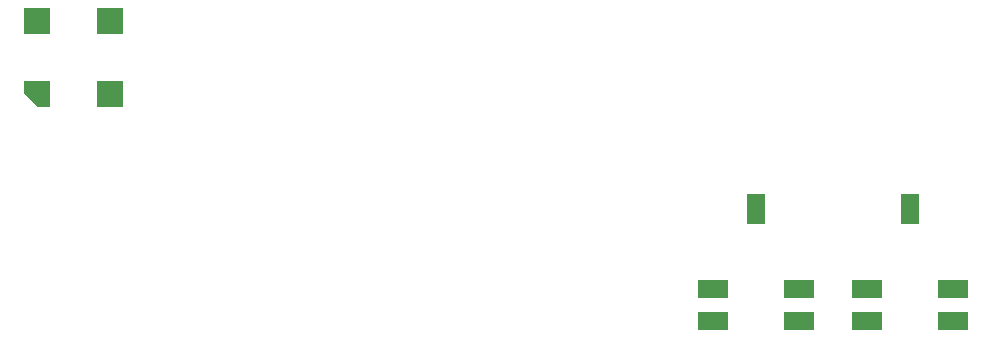
<source format=gbr>
%TF.GenerationSoftware,KiCad,Pcbnew,(6.0.8)*%
%TF.CreationDate,2022-11-26T11:41:08-06:00*%
%TF.ProjectId,tt-relay-board,74742d72-656c-4617-992d-626f6172642e,rev?*%
%TF.SameCoordinates,Original*%
%TF.FileFunction,Paste,Top*%
%TF.FilePolarity,Positive*%
%FSLAX46Y46*%
G04 Gerber Fmt 4.6, Leading zero omitted, Abs format (unit mm)*
G04 Created by KiCad (PCBNEW (6.0.8)) date 2022-11-26 11:41:08*
%MOMM*%
%LPD*%
G01*
G04 APERTURE LIST*
G04 Aperture macros list*
%AMFreePoly0*
4,1,6,1.100000,-1.100000,-1.100000,-1.100000,-1.100000,0.000000,0.000000,1.100000,1.100000,1.100000,1.100000,-1.100000,1.100000,-1.100000,$1*%
G04 Aperture macros list end*
%ADD10R,2.500000X1.500000*%
%ADD11R,1.500000X2.500000*%
%ADD12FreePoly0,90.000000*%
%ADD13R,2.200000X2.200000*%
G04 APERTURE END LIST*
D10*
%TO.C,J8*%
X102039000Y-98927000D03*
D11*
X105664000Y-89427000D03*
D10*
X102039000Y-96227000D03*
X109289000Y-98927000D03*
X109289000Y-96227000D03*
%TD*%
D12*
%TO.C,LS1*%
X44779000Y-79681000D03*
D13*
X44779000Y-73481000D03*
X50979000Y-79681000D03*
X50979000Y-73481000D03*
%TD*%
D10*
%TO.C,J7*%
X115120000Y-98927000D03*
D11*
X118745000Y-89427000D03*
D10*
X115120000Y-96227000D03*
X122370000Y-98927000D03*
X122370000Y-96227000D03*
%TD*%
M02*

</source>
